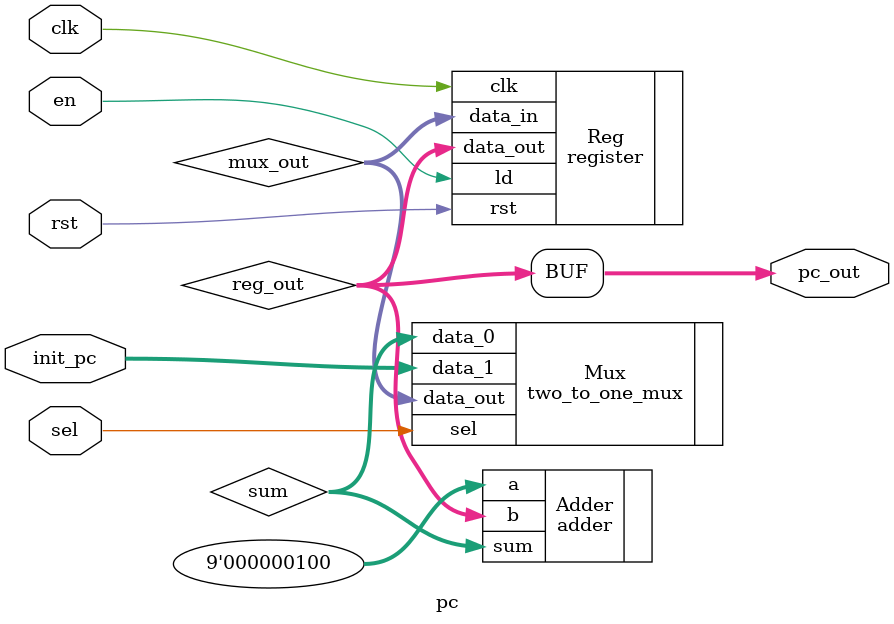
<source format=sv>
module pc(input clk,rst,sel,en,
    input[8:0] init_pc,
    output [8:0] pc_out
);
    wire [8:0]mux_out,reg_out,sum;

    // stores the desired memory address 

    adder #(9)Adder(.a(9'd4),.b(reg_out),.sum(sum));
    register #(9) Reg(.data_in(mux_out),.ld(en),.clk(clk),.rst(rst),.data_out(reg_out));
    two_to_one_mux Mux(.sel(sel),.data_0(sum),.data_1(init_pc),.data_out(mux_out));
    
    assign pc_out = reg_out;
endmodule
</source>
